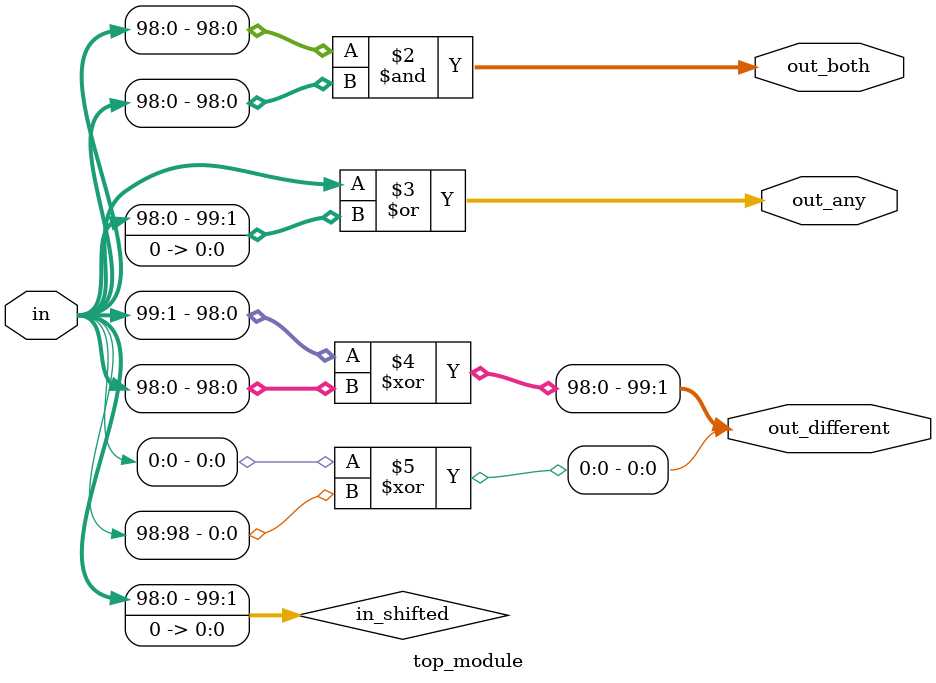
<source format=sv>
module top_module (
    input [99:0] in,
    output [98:0] out_both,
    output [99:0] out_any,    
    output [99:0] out_different
);

    wire [99:0] in_shifted;

    assign in_shifted = in << 1;
    assign out_both = in[98:0] & in_shifted[99:1];
    assign out_any = in | in_shifted[99:0];
    assign out_different[99:1] = in[99:1] ^ in_shifted[99:1];
    assign out_different[0] = in[0] ^ in_shifted[99];

endmodule

</source>
